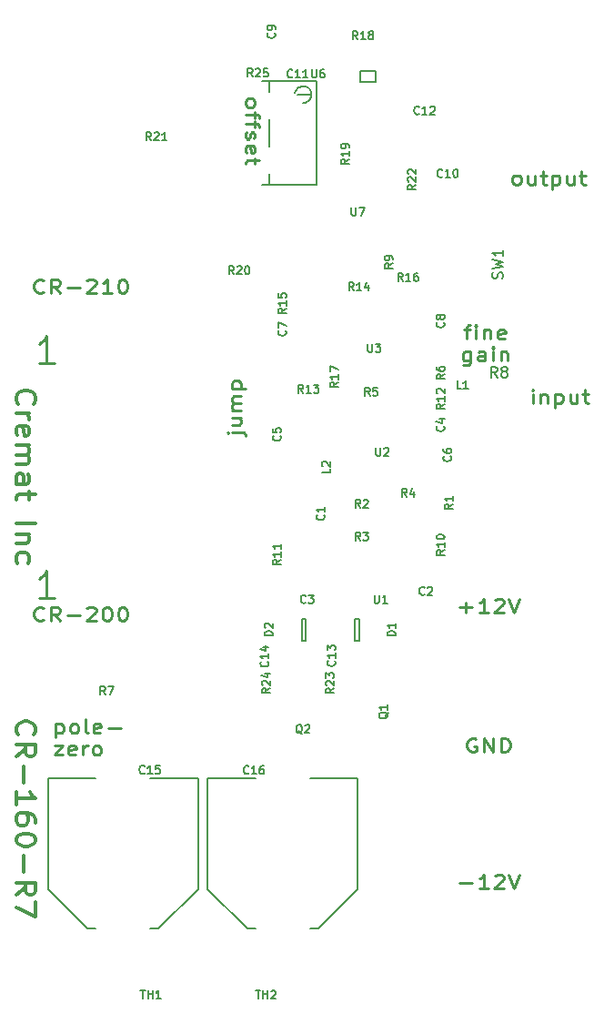
<source format=gbr>
G04 #@! TF.FileFunction,Legend,Top*
%FSLAX46Y46*%
G04 Gerber Fmt 4.6, Leading zero omitted, Abs format (unit mm)*
G04 Created by KiCad (PCBNEW (after 2015-mar-04 BZR unknown)-product) date 11/22/2015 6:31:28 PM*
%MOMM*%
G01*
G04 APERTURE LIST*
%ADD10C,0.100000*%
%ADD11C,0.254000*%
%ADD12C,0.304800*%
%ADD13C,0.152400*%
%ADD14C,0.150000*%
%ADD15C,0.177800*%
G04 APERTURE END LIST*
D10*
D11*
X68434857Y-107532714D02*
X69596000Y-107532714D01*
X71120000Y-108016524D02*
X70249143Y-108016524D01*
X70684571Y-108016524D02*
X70684571Y-106746524D01*
X70539428Y-106927952D01*
X70394286Y-107048905D01*
X70249143Y-107109381D01*
X71700572Y-106867476D02*
X71773143Y-106807000D01*
X71918286Y-106746524D01*
X72281143Y-106746524D01*
X72426286Y-106807000D01*
X72498857Y-106867476D01*
X72571429Y-106988429D01*
X72571429Y-107109381D01*
X72498857Y-107290810D01*
X71628000Y-108016524D01*
X72571429Y-108016524D01*
X73006858Y-106746524D02*
X73514858Y-108016524D01*
X74022858Y-106746524D01*
X69958858Y-94107000D02*
X69813715Y-94046524D01*
X69596001Y-94046524D01*
X69378286Y-94107000D01*
X69233144Y-94227952D01*
X69160572Y-94348905D01*
X69088001Y-94590810D01*
X69088001Y-94772238D01*
X69160572Y-95014143D01*
X69233144Y-95135095D01*
X69378286Y-95256048D01*
X69596001Y-95316524D01*
X69741144Y-95316524D01*
X69958858Y-95256048D01*
X70031429Y-95195571D01*
X70031429Y-94772238D01*
X69741144Y-94772238D01*
X70684572Y-95316524D02*
X70684572Y-94046524D01*
X71555429Y-95316524D01*
X71555429Y-94046524D01*
X72281143Y-95316524D02*
X72281143Y-94046524D01*
X72644000Y-94046524D01*
X72861715Y-94107000D01*
X73006857Y-94227952D01*
X73079429Y-94348905D01*
X73152000Y-94590810D01*
X73152000Y-94772238D01*
X73079429Y-95014143D01*
X73006857Y-95135095D01*
X72861715Y-95256048D01*
X72644000Y-95316524D01*
X72281143Y-95316524D01*
X68434857Y-81878714D02*
X69596000Y-81878714D01*
X69015429Y-82362524D02*
X69015429Y-81394905D01*
X71120000Y-82362524D02*
X70249143Y-82362524D01*
X70684571Y-82362524D02*
X70684571Y-81092524D01*
X70539428Y-81273952D01*
X70394286Y-81394905D01*
X70249143Y-81455381D01*
X71700572Y-81213476D02*
X71773143Y-81153000D01*
X71918286Y-81092524D01*
X72281143Y-81092524D01*
X72426286Y-81153000D01*
X72498857Y-81213476D01*
X72571429Y-81334429D01*
X72571429Y-81455381D01*
X72498857Y-81636810D01*
X71628000Y-82362524D01*
X72571429Y-82362524D01*
X73006858Y-81092524D02*
X73514858Y-82362524D01*
X74022858Y-81092524D01*
X47225857Y-65640857D02*
X48314429Y-65640857D01*
X48435381Y-65713428D01*
X48495857Y-65858571D01*
X48495857Y-65931143D01*
X46802524Y-65640857D02*
X46863000Y-65713428D01*
X46923476Y-65640857D01*
X46863000Y-65568285D01*
X46802524Y-65640857D01*
X46923476Y-65640857D01*
X47225857Y-64262000D02*
X48072524Y-64262000D01*
X47225857Y-64915143D02*
X47891095Y-64915143D01*
X48012048Y-64842571D01*
X48072524Y-64697429D01*
X48072524Y-64479714D01*
X48012048Y-64334571D01*
X47951571Y-64262000D01*
X48072524Y-63536286D02*
X47225857Y-63536286D01*
X47346810Y-63536286D02*
X47286333Y-63463714D01*
X47225857Y-63318572D01*
X47225857Y-63100857D01*
X47286333Y-62955714D01*
X47407286Y-62883143D01*
X48072524Y-62883143D01*
X47407286Y-62883143D02*
X47286333Y-62810572D01*
X47225857Y-62665429D01*
X47225857Y-62447714D01*
X47286333Y-62302572D01*
X47407286Y-62230000D01*
X48072524Y-62230000D01*
X47225857Y-61504286D02*
X48495857Y-61504286D01*
X47286333Y-61504286D02*
X47225857Y-61359143D01*
X47225857Y-61068857D01*
X47286333Y-60923714D01*
X47346810Y-60851143D01*
X47467762Y-60778572D01*
X47830619Y-60778572D01*
X47951571Y-60851143D01*
X48012048Y-60923714D01*
X48072524Y-61068857D01*
X48072524Y-61359143D01*
X48012048Y-61504286D01*
X48498276Y-34856057D02*
X48558752Y-34710915D01*
X48619229Y-34638343D01*
X48740181Y-34565772D01*
X49103038Y-34565772D01*
X49223990Y-34638343D01*
X49284467Y-34710915D01*
X49344943Y-34856057D01*
X49344943Y-35073772D01*
X49284467Y-35218915D01*
X49223990Y-35291486D01*
X49103038Y-35364057D01*
X48740181Y-35364057D01*
X48619229Y-35291486D01*
X48558752Y-35218915D01*
X48498276Y-35073772D01*
X48498276Y-34856057D01*
X49344943Y-35799486D02*
X49344943Y-36380057D01*
X48498276Y-36017200D02*
X49586848Y-36017200D01*
X49707800Y-36089772D01*
X49768276Y-36234914D01*
X49768276Y-36380057D01*
X49344943Y-36670343D02*
X49344943Y-37250914D01*
X48498276Y-36888057D02*
X49586848Y-36888057D01*
X49707800Y-36960629D01*
X49768276Y-37105771D01*
X49768276Y-37250914D01*
X48558752Y-37686343D02*
X48498276Y-37831486D01*
X48498276Y-38121771D01*
X48558752Y-38266914D01*
X48679705Y-38339486D01*
X48740181Y-38339486D01*
X48861133Y-38266914D01*
X48921610Y-38121771D01*
X48921610Y-37904057D01*
X48982086Y-37758914D01*
X49103038Y-37686343D01*
X49163514Y-37686343D01*
X49284467Y-37758914D01*
X49344943Y-37904057D01*
X49344943Y-38121771D01*
X49284467Y-38266914D01*
X48558752Y-39573200D02*
X48498276Y-39428057D01*
X48498276Y-39137771D01*
X48558752Y-38992628D01*
X48679705Y-38920057D01*
X49163514Y-38920057D01*
X49284467Y-38992628D01*
X49344943Y-39137771D01*
X49344943Y-39428057D01*
X49284467Y-39573200D01*
X49163514Y-39645771D01*
X49042562Y-39645771D01*
X48921610Y-38920057D01*
X49344943Y-40081200D02*
X49344943Y-40661771D01*
X49768276Y-40298914D02*
X48679705Y-40298914D01*
X48558752Y-40371486D01*
X48498276Y-40516628D01*
X48498276Y-40661771D01*
X30842857Y-92717257D02*
X30842857Y-93987257D01*
X30842857Y-92777733D02*
X30988000Y-92717257D01*
X31278286Y-92717257D01*
X31423429Y-92777733D01*
X31496000Y-92838210D01*
X31568571Y-92959162D01*
X31568571Y-93322019D01*
X31496000Y-93442971D01*
X31423429Y-93503448D01*
X31278286Y-93563924D01*
X30988000Y-93563924D01*
X30842857Y-93503448D01*
X32439428Y-93563924D02*
X32294286Y-93503448D01*
X32221714Y-93442971D01*
X32149143Y-93322019D01*
X32149143Y-92959162D01*
X32221714Y-92838210D01*
X32294286Y-92777733D01*
X32439428Y-92717257D01*
X32657143Y-92717257D01*
X32802286Y-92777733D01*
X32874857Y-92838210D01*
X32947428Y-92959162D01*
X32947428Y-93322019D01*
X32874857Y-93442971D01*
X32802286Y-93503448D01*
X32657143Y-93563924D01*
X32439428Y-93563924D01*
X33818285Y-93563924D02*
X33673143Y-93503448D01*
X33600571Y-93382495D01*
X33600571Y-92293924D01*
X34979429Y-93503448D02*
X34834286Y-93563924D01*
X34544000Y-93563924D01*
X34398857Y-93503448D01*
X34326286Y-93382495D01*
X34326286Y-92898686D01*
X34398857Y-92777733D01*
X34544000Y-92717257D01*
X34834286Y-92717257D01*
X34979429Y-92777733D01*
X35052000Y-92898686D01*
X35052000Y-93019638D01*
X34326286Y-93140590D01*
X35705143Y-93080114D02*
X36866286Y-93080114D01*
X30697714Y-94749257D02*
X31496000Y-94749257D01*
X30697714Y-95595924D01*
X31496000Y-95595924D01*
X32657143Y-95535448D02*
X32512000Y-95595924D01*
X32221714Y-95595924D01*
X32076571Y-95535448D01*
X32004000Y-95414495D01*
X32004000Y-94930686D01*
X32076571Y-94809733D01*
X32221714Y-94749257D01*
X32512000Y-94749257D01*
X32657143Y-94809733D01*
X32729714Y-94930686D01*
X32729714Y-95051638D01*
X32004000Y-95172590D01*
X33382857Y-95595924D02*
X33382857Y-94749257D01*
X33382857Y-94991162D02*
X33455429Y-94870210D01*
X33528000Y-94809733D01*
X33673143Y-94749257D01*
X33818286Y-94749257D01*
X34544000Y-95595924D02*
X34398858Y-95535448D01*
X34326286Y-95474971D01*
X34253715Y-95354019D01*
X34253715Y-94991162D01*
X34326286Y-94870210D01*
X34398858Y-94809733D01*
X34544000Y-94749257D01*
X34761715Y-94749257D01*
X34906858Y-94809733D01*
X34979429Y-94870210D01*
X35052000Y-94991162D01*
X35052000Y-95354019D01*
X34979429Y-95474971D01*
X34906858Y-95535448D01*
X34761715Y-95595924D01*
X34544000Y-95595924D01*
D12*
X27305000Y-62949667D02*
X27220333Y-62852905D01*
X27135667Y-62562620D01*
X27135667Y-62369096D01*
X27220333Y-62078810D01*
X27389667Y-61885286D01*
X27559000Y-61788525D01*
X27897667Y-61691763D01*
X28151667Y-61691763D01*
X28490333Y-61788525D01*
X28659667Y-61885286D01*
X28829000Y-62078810D01*
X28913667Y-62369096D01*
X28913667Y-62562620D01*
X28829000Y-62852905D01*
X28744333Y-62949667D01*
X27135667Y-63820525D02*
X28321000Y-63820525D01*
X27982333Y-63820525D02*
X28151667Y-63917286D01*
X28236333Y-64014048D01*
X28321000Y-64207572D01*
X28321000Y-64401096D01*
X27220333Y-65852525D02*
X27135667Y-65659001D01*
X27135667Y-65271953D01*
X27220333Y-65078430D01*
X27389667Y-64981668D01*
X28067000Y-64981668D01*
X28236333Y-65078430D01*
X28321000Y-65271953D01*
X28321000Y-65659001D01*
X28236333Y-65852525D01*
X28067000Y-65949287D01*
X27897667Y-65949287D01*
X27728333Y-64981668D01*
X27135667Y-66820144D02*
X28321000Y-66820144D01*
X28151667Y-66820144D02*
X28236333Y-66916905D01*
X28321000Y-67110429D01*
X28321000Y-67400715D01*
X28236333Y-67594239D01*
X28067000Y-67691001D01*
X27135667Y-67691001D01*
X28067000Y-67691001D02*
X28236333Y-67787763D01*
X28321000Y-67981286D01*
X28321000Y-68271572D01*
X28236333Y-68465096D01*
X28067000Y-68561858D01*
X27135667Y-68561858D01*
X27135667Y-70400334D02*
X28067000Y-70400334D01*
X28236333Y-70303572D01*
X28321000Y-70110048D01*
X28321000Y-69723000D01*
X28236333Y-69529477D01*
X27220333Y-70400334D02*
X27135667Y-70206810D01*
X27135667Y-69723000D01*
X27220333Y-69529477D01*
X27389667Y-69432715D01*
X27559000Y-69432715D01*
X27728333Y-69529477D01*
X27813000Y-69723000D01*
X27813000Y-70206810D01*
X27897667Y-70400334D01*
X28321000Y-71077667D02*
X28321000Y-71851762D01*
X28913667Y-71367953D02*
X27389667Y-71367953D01*
X27220333Y-71464714D01*
X27135667Y-71658238D01*
X27135667Y-71851762D01*
X27135667Y-74077286D02*
X28913667Y-74077286D01*
X28321000Y-75044905D02*
X27135667Y-75044905D01*
X28151667Y-75044905D02*
X28236333Y-75141666D01*
X28321000Y-75335190D01*
X28321000Y-75625476D01*
X28236333Y-75819000D01*
X28067000Y-75915762D01*
X27135667Y-75915762D01*
X27220333Y-77754238D02*
X27135667Y-77560714D01*
X27135667Y-77173666D01*
X27220333Y-76980142D01*
X27305000Y-76883381D01*
X27474333Y-76786619D01*
X27982333Y-76786619D01*
X28151667Y-76883381D01*
X28236333Y-76980142D01*
X28321000Y-77173666D01*
X28321000Y-77560714D01*
X28236333Y-77754238D01*
X27305000Y-93734466D02*
X27220333Y-93637704D01*
X27135667Y-93347419D01*
X27135667Y-93153895D01*
X27220333Y-92863609D01*
X27389667Y-92670085D01*
X27559000Y-92573324D01*
X27897667Y-92476562D01*
X28151667Y-92476562D01*
X28490333Y-92573324D01*
X28659667Y-92670085D01*
X28829000Y-92863609D01*
X28913667Y-93153895D01*
X28913667Y-93347419D01*
X28829000Y-93637704D01*
X28744333Y-93734466D01*
X27135667Y-95766466D02*
X27982333Y-95089133D01*
X27135667Y-94605324D02*
X28913667Y-94605324D01*
X28913667Y-95379419D01*
X28829000Y-95572943D01*
X28744333Y-95669704D01*
X28575000Y-95766466D01*
X28321000Y-95766466D01*
X28151667Y-95669704D01*
X28067000Y-95572943D01*
X27982333Y-95379419D01*
X27982333Y-94605324D01*
X27813000Y-96637324D02*
X27813000Y-98185514D01*
X27135667Y-100217514D02*
X27135667Y-99056372D01*
X27135667Y-99636943D02*
X28913667Y-99636943D01*
X28659667Y-99443419D01*
X28490333Y-99249895D01*
X28405667Y-99056372D01*
X28913667Y-101959229D02*
X28913667Y-101572181D01*
X28829000Y-101378657D01*
X28744333Y-101281895D01*
X28490333Y-101088372D01*
X28151667Y-100991610D01*
X27474333Y-100991610D01*
X27305000Y-101088372D01*
X27220333Y-101185133D01*
X27135667Y-101378657D01*
X27135667Y-101765705D01*
X27220333Y-101959229D01*
X27305000Y-102055991D01*
X27474333Y-102152752D01*
X27897667Y-102152752D01*
X28067000Y-102055991D01*
X28151667Y-101959229D01*
X28236333Y-101765705D01*
X28236333Y-101378657D01*
X28151667Y-101185133D01*
X28067000Y-101088372D01*
X27897667Y-100991610D01*
X28913667Y-103410657D02*
X28913667Y-103604181D01*
X28829000Y-103797705D01*
X28744333Y-103894467D01*
X28575000Y-103991229D01*
X28236333Y-104087990D01*
X27813000Y-104087990D01*
X27474333Y-103991229D01*
X27305000Y-103894467D01*
X27220333Y-103797705D01*
X27135667Y-103604181D01*
X27135667Y-103410657D01*
X27220333Y-103217133D01*
X27305000Y-103120371D01*
X27474333Y-103023610D01*
X27813000Y-102926848D01*
X28236333Y-102926848D01*
X28575000Y-103023610D01*
X28744333Y-103120371D01*
X28829000Y-103217133D01*
X28913667Y-103410657D01*
X27813000Y-104958848D02*
X27813000Y-106507038D01*
X27135667Y-108635800D02*
X27982333Y-107958467D01*
X27135667Y-107474658D02*
X28913667Y-107474658D01*
X28913667Y-108248753D01*
X28829000Y-108442277D01*
X28744333Y-108539038D01*
X28575000Y-108635800D01*
X28321000Y-108635800D01*
X28151667Y-108539038D01*
X28067000Y-108442277D01*
X27982333Y-108248753D01*
X27982333Y-107474658D01*
X28913667Y-109313134D02*
X28913667Y-110667800D01*
X27135667Y-109796943D01*
D11*
X29736142Y-83003571D02*
X29663571Y-83064048D01*
X29445857Y-83124524D01*
X29300714Y-83124524D01*
X29082999Y-83064048D01*
X28937857Y-82943095D01*
X28865285Y-82822143D01*
X28792714Y-82580238D01*
X28792714Y-82398810D01*
X28865285Y-82156905D01*
X28937857Y-82035952D01*
X29082999Y-81915000D01*
X29300714Y-81854524D01*
X29445857Y-81854524D01*
X29663571Y-81915000D01*
X29736142Y-81975476D01*
X31260142Y-83124524D02*
X30752142Y-82519762D01*
X30389285Y-83124524D02*
X30389285Y-81854524D01*
X30969857Y-81854524D01*
X31114999Y-81915000D01*
X31187571Y-81975476D01*
X31260142Y-82096429D01*
X31260142Y-82277857D01*
X31187571Y-82398810D01*
X31114999Y-82459286D01*
X30969857Y-82519762D01*
X30389285Y-82519762D01*
X31913285Y-82640714D02*
X33074428Y-82640714D01*
X33727571Y-81975476D02*
X33800142Y-81915000D01*
X33945285Y-81854524D01*
X34308142Y-81854524D01*
X34453285Y-81915000D01*
X34525856Y-81975476D01*
X34598428Y-82096429D01*
X34598428Y-82217381D01*
X34525856Y-82398810D01*
X33654999Y-83124524D01*
X34598428Y-83124524D01*
X35541857Y-81854524D02*
X35687000Y-81854524D01*
X35832143Y-81915000D01*
X35904714Y-81975476D01*
X35977285Y-82096429D01*
X36049857Y-82338333D01*
X36049857Y-82640714D01*
X35977285Y-82882619D01*
X35904714Y-83003571D01*
X35832143Y-83064048D01*
X35687000Y-83124524D01*
X35541857Y-83124524D01*
X35396714Y-83064048D01*
X35324143Y-83003571D01*
X35251571Y-82882619D01*
X35179000Y-82640714D01*
X35179000Y-82338333D01*
X35251571Y-82096429D01*
X35324143Y-81975476D01*
X35396714Y-81915000D01*
X35541857Y-81854524D01*
X36993286Y-81854524D02*
X37138429Y-81854524D01*
X37283572Y-81915000D01*
X37356143Y-81975476D01*
X37428714Y-82096429D01*
X37501286Y-82338333D01*
X37501286Y-82640714D01*
X37428714Y-82882619D01*
X37356143Y-83003571D01*
X37283572Y-83064048D01*
X37138429Y-83124524D01*
X36993286Y-83124524D01*
X36848143Y-83064048D01*
X36775572Y-83003571D01*
X36703000Y-82882619D01*
X36630429Y-82640714D01*
X36630429Y-82338333D01*
X36703000Y-82096429D01*
X36775572Y-81975476D01*
X36848143Y-81915000D01*
X36993286Y-81854524D01*
X30697714Y-81032048D02*
X29246286Y-81032048D01*
X29972000Y-81032048D02*
X29972000Y-78492048D01*
X29730095Y-78854905D01*
X29488190Y-79096810D01*
X29246286Y-79217762D01*
X30697714Y-59188048D02*
X29246286Y-59188048D01*
X29972000Y-59188048D02*
X29972000Y-56648048D01*
X29730095Y-57010905D01*
X29488190Y-57252810D01*
X29246286Y-57373762D01*
X29736142Y-52523571D02*
X29663571Y-52584048D01*
X29445857Y-52644524D01*
X29300714Y-52644524D01*
X29082999Y-52584048D01*
X28937857Y-52463095D01*
X28865285Y-52342143D01*
X28792714Y-52100238D01*
X28792714Y-51918810D01*
X28865285Y-51676905D01*
X28937857Y-51555952D01*
X29082999Y-51435000D01*
X29300714Y-51374524D01*
X29445857Y-51374524D01*
X29663571Y-51435000D01*
X29736142Y-51495476D01*
X31260142Y-52644524D02*
X30752142Y-52039762D01*
X30389285Y-52644524D02*
X30389285Y-51374524D01*
X30969857Y-51374524D01*
X31114999Y-51435000D01*
X31187571Y-51495476D01*
X31260142Y-51616429D01*
X31260142Y-51797857D01*
X31187571Y-51918810D01*
X31114999Y-51979286D01*
X30969857Y-52039762D01*
X30389285Y-52039762D01*
X31913285Y-52160714D02*
X33074428Y-52160714D01*
X33727571Y-51495476D02*
X33800142Y-51435000D01*
X33945285Y-51374524D01*
X34308142Y-51374524D01*
X34453285Y-51435000D01*
X34525856Y-51495476D01*
X34598428Y-51616429D01*
X34598428Y-51737381D01*
X34525856Y-51918810D01*
X33654999Y-52644524D01*
X34598428Y-52644524D01*
X36049857Y-52644524D02*
X35179000Y-52644524D01*
X35614428Y-52644524D02*
X35614428Y-51374524D01*
X35469285Y-51555952D01*
X35324143Y-51676905D01*
X35179000Y-51737381D01*
X36993286Y-51374524D02*
X37138429Y-51374524D01*
X37283572Y-51435000D01*
X37356143Y-51495476D01*
X37428714Y-51616429D01*
X37501286Y-51858333D01*
X37501286Y-52160714D01*
X37428714Y-52402619D01*
X37356143Y-52523571D01*
X37283572Y-52584048D01*
X37138429Y-52644524D01*
X36993286Y-52644524D01*
X36848143Y-52584048D01*
X36775572Y-52523571D01*
X36703000Y-52402619D01*
X36630429Y-52160714D01*
X36630429Y-51858333D01*
X36703000Y-51616429D01*
X36775572Y-51495476D01*
X36848143Y-51435000D01*
X36993286Y-51374524D01*
X68844886Y-56065057D02*
X69425457Y-56065057D01*
X69062600Y-56911724D02*
X69062600Y-55823152D01*
X69135172Y-55702200D01*
X69280314Y-55641724D01*
X69425457Y-55641724D01*
X69933457Y-56911724D02*
X69933457Y-56065057D01*
X69933457Y-55641724D02*
X69860886Y-55702200D01*
X69933457Y-55762676D01*
X70006029Y-55702200D01*
X69933457Y-55641724D01*
X69933457Y-55762676D01*
X70659171Y-56065057D02*
X70659171Y-56911724D01*
X70659171Y-56186010D02*
X70731743Y-56125533D01*
X70876885Y-56065057D01*
X71094600Y-56065057D01*
X71239743Y-56125533D01*
X71312314Y-56246486D01*
X71312314Y-56911724D01*
X72618600Y-56851248D02*
X72473457Y-56911724D01*
X72183171Y-56911724D01*
X72038028Y-56851248D01*
X71965457Y-56730295D01*
X71965457Y-56246486D01*
X72038028Y-56125533D01*
X72183171Y-56065057D01*
X72473457Y-56065057D01*
X72618600Y-56125533D01*
X72691171Y-56246486D01*
X72691171Y-56367438D01*
X71965457Y-56488390D01*
X69425458Y-58097057D02*
X69425458Y-59125152D01*
X69352887Y-59246105D01*
X69280315Y-59306581D01*
X69135172Y-59367057D01*
X68917458Y-59367057D01*
X68772315Y-59306581D01*
X69425458Y-58883248D02*
X69280315Y-58943724D01*
X68990029Y-58943724D01*
X68844887Y-58883248D01*
X68772315Y-58822771D01*
X68699744Y-58701819D01*
X68699744Y-58338962D01*
X68772315Y-58218010D01*
X68844887Y-58157533D01*
X68990029Y-58097057D01*
X69280315Y-58097057D01*
X69425458Y-58157533D01*
X70804315Y-58943724D02*
X70804315Y-58278486D01*
X70731744Y-58157533D01*
X70586601Y-58097057D01*
X70296315Y-58097057D01*
X70151172Y-58157533D01*
X70804315Y-58883248D02*
X70659172Y-58943724D01*
X70296315Y-58943724D01*
X70151172Y-58883248D01*
X70078601Y-58762295D01*
X70078601Y-58641343D01*
X70151172Y-58520390D01*
X70296315Y-58459914D01*
X70659172Y-58459914D01*
X70804315Y-58399438D01*
X71530029Y-58943724D02*
X71530029Y-58097057D01*
X71530029Y-57673724D02*
X71457458Y-57734200D01*
X71530029Y-57794676D01*
X71602601Y-57734200D01*
X71530029Y-57673724D01*
X71530029Y-57794676D01*
X72255743Y-58097057D02*
X72255743Y-58943724D01*
X72255743Y-58218010D02*
X72328315Y-58157533D01*
X72473457Y-58097057D01*
X72691172Y-58097057D01*
X72836315Y-58157533D01*
X72908886Y-58278486D01*
X72908886Y-58943724D01*
X75220286Y-62880724D02*
X75220286Y-62034057D01*
X75220286Y-61610724D02*
X75147715Y-61671200D01*
X75220286Y-61731676D01*
X75292858Y-61671200D01*
X75220286Y-61610724D01*
X75220286Y-61731676D01*
X75946000Y-62034057D02*
X75946000Y-62880724D01*
X75946000Y-62155010D02*
X76018572Y-62094533D01*
X76163714Y-62034057D01*
X76381429Y-62034057D01*
X76526572Y-62094533D01*
X76599143Y-62215486D01*
X76599143Y-62880724D01*
X77324857Y-62034057D02*
X77324857Y-63304057D01*
X77324857Y-62094533D02*
X77470000Y-62034057D01*
X77760286Y-62034057D01*
X77905429Y-62094533D01*
X77978000Y-62155010D01*
X78050571Y-62275962D01*
X78050571Y-62638819D01*
X77978000Y-62759771D01*
X77905429Y-62820248D01*
X77760286Y-62880724D01*
X77470000Y-62880724D01*
X77324857Y-62820248D01*
X79356857Y-62034057D02*
X79356857Y-62880724D01*
X78703714Y-62034057D02*
X78703714Y-62699295D01*
X78776286Y-62820248D01*
X78921428Y-62880724D01*
X79139143Y-62880724D01*
X79284286Y-62820248D01*
X79356857Y-62759771D01*
X79864857Y-62034057D02*
X80445428Y-62034057D01*
X80082571Y-61610724D02*
X80082571Y-62699295D01*
X80155143Y-62820248D01*
X80300285Y-62880724D01*
X80445428Y-62880724D01*
X73609200Y-42535324D02*
X73464058Y-42474848D01*
X73391486Y-42414371D01*
X73318915Y-42293419D01*
X73318915Y-41930562D01*
X73391486Y-41809610D01*
X73464058Y-41749133D01*
X73609200Y-41688657D01*
X73826915Y-41688657D01*
X73972058Y-41749133D01*
X74044629Y-41809610D01*
X74117200Y-41930562D01*
X74117200Y-42293419D01*
X74044629Y-42414371D01*
X73972058Y-42474848D01*
X73826915Y-42535324D01*
X73609200Y-42535324D01*
X75423486Y-41688657D02*
X75423486Y-42535324D01*
X74770343Y-41688657D02*
X74770343Y-42353895D01*
X74842915Y-42474848D01*
X74988057Y-42535324D01*
X75205772Y-42535324D01*
X75350915Y-42474848D01*
X75423486Y-42414371D01*
X75931486Y-41688657D02*
X76512057Y-41688657D01*
X76149200Y-41265324D02*
X76149200Y-42353895D01*
X76221772Y-42474848D01*
X76366914Y-42535324D01*
X76512057Y-42535324D01*
X77020057Y-41688657D02*
X77020057Y-42958657D01*
X77020057Y-41749133D02*
X77165200Y-41688657D01*
X77455486Y-41688657D01*
X77600629Y-41749133D01*
X77673200Y-41809610D01*
X77745771Y-41930562D01*
X77745771Y-42293419D01*
X77673200Y-42414371D01*
X77600629Y-42474848D01*
X77455486Y-42535324D01*
X77165200Y-42535324D01*
X77020057Y-42474848D01*
X79052057Y-41688657D02*
X79052057Y-42535324D01*
X78398914Y-41688657D02*
X78398914Y-42353895D01*
X78471486Y-42474848D01*
X78616628Y-42535324D01*
X78834343Y-42535324D01*
X78979486Y-42474848D01*
X79052057Y-42414371D01*
X79560057Y-41688657D02*
X80140628Y-41688657D01*
X79777771Y-41265324D02*
X79777771Y-42353895D01*
X79850343Y-42474848D01*
X79995485Y-42535324D01*
X80140628Y-42535324D01*
D13*
X59182000Y-32004000D02*
X59182000Y-33020000D01*
X59182000Y-33020000D02*
X60579000Y-33020000D01*
X60579000Y-33020000D02*
X60579000Y-32004000D01*
X60579000Y-32004000D02*
X59182000Y-32004000D01*
D14*
X50673000Y-33909000D02*
X50673000Y-32893000D01*
X50673000Y-38989000D02*
X50673000Y-36449000D01*
X50673000Y-42545000D02*
X50673000Y-41529000D01*
X54610000Y-34163000D02*
X53340000Y-34163000D01*
X53860700Y-34950400D02*
X54114700Y-34912300D01*
X54114700Y-34912300D02*
X54394100Y-34734500D01*
X54394100Y-34734500D02*
X54610000Y-34417000D01*
X54610000Y-34417000D02*
X54622700Y-33972500D01*
X54622700Y-33972500D02*
X54419500Y-33616900D01*
X54419500Y-33616900D02*
X54127400Y-33439100D01*
X54127400Y-33439100D02*
X53809900Y-33388300D01*
X53809900Y-33388300D02*
X53403500Y-33489900D01*
X53403500Y-33489900D02*
X53149500Y-33832800D01*
X53149500Y-33832800D02*
X53060600Y-34010600D01*
X53848000Y-32893000D02*
X55118000Y-32893000D01*
X55118000Y-32893000D02*
X55118000Y-42545000D01*
X55118000Y-42545000D02*
X50038000Y-42545000D01*
X50038000Y-32893000D02*
X52578000Y-32893000D01*
X52578000Y-32893000D02*
X53848000Y-32893000D01*
X53721000Y-84963000D02*
X53721000Y-82931000D01*
X53721000Y-82931000D02*
X54102000Y-82931000D01*
X54102000Y-82931000D02*
X54102000Y-84963000D01*
X54102000Y-84963000D02*
X53721000Y-84963000D01*
X59055000Y-82931000D02*
X59055000Y-84963000D01*
X59055000Y-84963000D02*
X58674000Y-84963000D01*
X58674000Y-84963000D02*
X58674000Y-82931000D01*
X58674000Y-82931000D02*
X59055000Y-82931000D01*
D13*
X44958000Y-108077000D02*
X48641000Y-111760000D01*
X48641000Y-111760000D02*
X49403000Y-111760000D01*
X44958000Y-97790000D02*
X49403000Y-97790000D01*
X44958000Y-97790000D02*
X44958000Y-108077000D01*
X54483000Y-97790000D02*
X58928000Y-97790000D01*
X58928000Y-97790000D02*
X58928000Y-108077000D01*
X58928000Y-108077000D02*
X55245000Y-111760000D01*
X55245000Y-111760000D02*
X54483000Y-111760000D01*
X30099000Y-108077000D02*
X33782000Y-111760000D01*
X33782000Y-111760000D02*
X34544000Y-111760000D01*
X30099000Y-97790000D02*
X34544000Y-97790000D01*
X30099000Y-97790000D02*
X30099000Y-108077000D01*
X39624000Y-97790000D02*
X44069000Y-97790000D01*
X44069000Y-97790000D02*
X44069000Y-108077000D01*
X44069000Y-108077000D02*
X40386000Y-111760000D01*
X40386000Y-111760000D02*
X39624000Y-111760000D01*
X35433000Y-90006714D02*
X35179000Y-89643857D01*
X34997572Y-90006714D02*
X34997572Y-89244714D01*
X35287857Y-89244714D01*
X35360429Y-89281000D01*
X35396714Y-89317286D01*
X35433000Y-89389857D01*
X35433000Y-89498714D01*
X35396714Y-89571286D01*
X35360429Y-89607571D01*
X35287857Y-89643857D01*
X34997572Y-89643857D01*
X35687000Y-89244714D02*
X36195000Y-89244714D01*
X35868429Y-90006714D01*
X58347429Y-44667714D02*
X58347429Y-45284571D01*
X58383714Y-45357143D01*
X58420000Y-45393429D01*
X58492571Y-45429714D01*
X58637714Y-45429714D01*
X58710286Y-45393429D01*
X58746571Y-45357143D01*
X58782857Y-45284571D01*
X58782857Y-44667714D01*
X59073143Y-44667714D02*
X59581143Y-44667714D01*
X59254572Y-45429714D01*
D15*
X54664429Y-31840714D02*
X54664429Y-32457571D01*
X54700714Y-32530143D01*
X54737000Y-32566429D01*
X54809571Y-32602714D01*
X54954714Y-32602714D01*
X55027286Y-32566429D01*
X55063571Y-32530143D01*
X55099857Y-32457571D01*
X55099857Y-31840714D01*
X55789286Y-31840714D02*
X55644143Y-31840714D01*
X55571572Y-31877000D01*
X55535286Y-31913286D01*
X55462715Y-32022143D01*
X55426429Y-32167286D01*
X55426429Y-32457571D01*
X55462715Y-32530143D01*
X55499000Y-32566429D01*
X55571572Y-32602714D01*
X55716715Y-32602714D01*
X55789286Y-32566429D01*
X55825572Y-32530143D01*
X55861857Y-32457571D01*
X55861857Y-32276143D01*
X55825572Y-32203571D01*
X55789286Y-32167286D01*
X55716715Y-32131000D01*
X55571572Y-32131000D01*
X55499000Y-32167286D01*
X55462715Y-32203571D01*
X55426429Y-32276143D01*
X59871429Y-57367714D02*
X59871429Y-57984571D01*
X59907714Y-58057143D01*
X59944000Y-58093429D01*
X60016571Y-58129714D01*
X60161714Y-58129714D01*
X60234286Y-58093429D01*
X60270571Y-58057143D01*
X60306857Y-57984571D01*
X60306857Y-57367714D01*
X60597143Y-57367714D02*
X61068857Y-57367714D01*
X60814857Y-57658000D01*
X60923715Y-57658000D01*
X60996286Y-57694286D01*
X61032572Y-57730571D01*
X61068857Y-57803143D01*
X61068857Y-57984571D01*
X61032572Y-58057143D01*
X60996286Y-58093429D01*
X60923715Y-58129714D01*
X60706000Y-58129714D01*
X60633429Y-58093429D01*
X60597143Y-58057143D01*
X60633429Y-67019714D02*
X60633429Y-67636571D01*
X60669714Y-67709143D01*
X60706000Y-67745429D01*
X60778571Y-67781714D01*
X60923714Y-67781714D01*
X60996286Y-67745429D01*
X61032571Y-67709143D01*
X61068857Y-67636571D01*
X61068857Y-67019714D01*
X61395429Y-67092286D02*
X61431715Y-67056000D01*
X61504286Y-67019714D01*
X61685715Y-67019714D01*
X61758286Y-67056000D01*
X61794572Y-67092286D01*
X61830857Y-67164857D01*
X61830857Y-67237429D01*
X61794572Y-67346286D01*
X61359143Y-67781714D01*
X61830857Y-67781714D01*
X60506429Y-80735714D02*
X60506429Y-81352571D01*
X60542714Y-81425143D01*
X60579000Y-81461429D01*
X60651571Y-81497714D01*
X60796714Y-81497714D01*
X60869286Y-81461429D01*
X60905571Y-81425143D01*
X60941857Y-81352571D01*
X60941857Y-80735714D01*
X61703857Y-81497714D02*
X61268429Y-81497714D01*
X61486143Y-81497714D02*
X61486143Y-80735714D01*
X61413572Y-80844571D01*
X61341000Y-80917143D01*
X61268429Y-80953429D01*
X49439286Y-117514914D02*
X49874715Y-117514914D01*
X49657001Y-118276914D02*
X49657001Y-117514914D01*
X50128715Y-118276914D02*
X50128715Y-117514914D01*
X50128715Y-117877771D02*
X50564143Y-117877771D01*
X50564143Y-118276914D02*
X50564143Y-117514914D01*
X50890715Y-117587486D02*
X50927001Y-117551200D01*
X50999572Y-117514914D01*
X51181001Y-117514914D01*
X51253572Y-117551200D01*
X51289858Y-117587486D01*
X51326143Y-117660057D01*
X51326143Y-117732629D01*
X51289858Y-117841486D01*
X50854429Y-118276914D01*
X51326143Y-118276914D01*
X38720486Y-117514914D02*
X39155915Y-117514914D01*
X38938201Y-118276914D02*
X38938201Y-117514914D01*
X39409915Y-118276914D02*
X39409915Y-117514914D01*
X39409915Y-117877771D02*
X39845343Y-117877771D01*
X39845343Y-118276914D02*
X39845343Y-117514914D01*
X40607343Y-118276914D02*
X40171915Y-118276914D01*
X40389629Y-118276914D02*
X40389629Y-117514914D01*
X40317058Y-117623771D01*
X40244486Y-117696343D01*
X40171915Y-117732629D01*
D14*
X72413762Y-51295133D02*
X72461381Y-51152276D01*
X72461381Y-50914180D01*
X72413762Y-50818942D01*
X72366143Y-50771323D01*
X72270905Y-50723704D01*
X72175667Y-50723704D01*
X72080429Y-50771323D01*
X72032810Y-50818942D01*
X71985190Y-50914180D01*
X71937571Y-51104657D01*
X71889952Y-51199895D01*
X71842333Y-51247514D01*
X71747095Y-51295133D01*
X71651857Y-51295133D01*
X71556619Y-51247514D01*
X71509000Y-51199895D01*
X71461381Y-51104657D01*
X71461381Y-50866561D01*
X71509000Y-50723704D01*
X71461381Y-50390371D02*
X72461381Y-50152276D01*
X71747095Y-49961799D01*
X72461381Y-49771323D01*
X71461381Y-49533228D01*
X72461381Y-48628466D02*
X72461381Y-49199895D01*
X72461381Y-48914181D02*
X71461381Y-48914181D01*
X71604238Y-49009419D01*
X71699476Y-49104657D01*
X71747095Y-49199895D01*
D13*
X49141743Y-32526514D02*
X48887743Y-32163657D01*
X48706315Y-32526514D02*
X48706315Y-31764514D01*
X48996600Y-31764514D01*
X49069172Y-31800800D01*
X49105457Y-31837086D01*
X49141743Y-31909657D01*
X49141743Y-32018514D01*
X49105457Y-32091086D01*
X49069172Y-32127371D01*
X48996600Y-32163657D01*
X48706315Y-32163657D01*
X49432029Y-31837086D02*
X49468315Y-31800800D01*
X49540886Y-31764514D01*
X49722315Y-31764514D01*
X49794886Y-31800800D01*
X49831172Y-31837086D01*
X49867457Y-31909657D01*
X49867457Y-31982229D01*
X49831172Y-32091086D01*
X49395743Y-32526514D01*
X49867457Y-32526514D01*
X50556886Y-31764514D02*
X50194029Y-31764514D01*
X50157743Y-32127371D01*
X50194029Y-32091086D01*
X50266600Y-32054800D01*
X50448029Y-32054800D01*
X50520600Y-32091086D01*
X50556886Y-32127371D01*
X50593171Y-32199943D01*
X50593171Y-32381371D01*
X50556886Y-32453943D01*
X50520600Y-32490229D01*
X50448029Y-32526514D01*
X50266600Y-32526514D01*
X50194029Y-32490229D01*
X50157743Y-32453943D01*
D15*
X50763714Y-89415257D02*
X50400857Y-89669257D01*
X50763714Y-89850685D02*
X50001714Y-89850685D01*
X50001714Y-89560400D01*
X50038000Y-89487828D01*
X50074286Y-89451543D01*
X50146857Y-89415257D01*
X50255714Y-89415257D01*
X50328286Y-89451543D01*
X50364571Y-89487828D01*
X50400857Y-89560400D01*
X50400857Y-89850685D01*
X50074286Y-89124971D02*
X50038000Y-89088685D01*
X50001714Y-89016114D01*
X50001714Y-88834685D01*
X50038000Y-88762114D01*
X50074286Y-88725828D01*
X50146857Y-88689543D01*
X50219429Y-88689543D01*
X50328286Y-88725828D01*
X50763714Y-89161257D01*
X50763714Y-88689543D01*
X50255714Y-88036400D02*
X50763714Y-88036400D01*
X49965429Y-88217829D02*
X50509714Y-88399257D01*
X50509714Y-87927543D01*
X56732714Y-89415257D02*
X56369857Y-89669257D01*
X56732714Y-89850685D02*
X55970714Y-89850685D01*
X55970714Y-89560400D01*
X56007000Y-89487828D01*
X56043286Y-89451543D01*
X56115857Y-89415257D01*
X56224714Y-89415257D01*
X56297286Y-89451543D01*
X56333571Y-89487828D01*
X56369857Y-89560400D01*
X56369857Y-89850685D01*
X56043286Y-89124971D02*
X56007000Y-89088685D01*
X55970714Y-89016114D01*
X55970714Y-88834685D01*
X56007000Y-88762114D01*
X56043286Y-88725828D01*
X56115857Y-88689543D01*
X56188429Y-88689543D01*
X56297286Y-88725828D01*
X56732714Y-89161257D01*
X56732714Y-88689543D01*
X55970714Y-88435543D02*
X55970714Y-87963829D01*
X56261000Y-88217829D01*
X56261000Y-88108971D01*
X56297286Y-88036400D01*
X56333571Y-88000114D01*
X56406143Y-87963829D01*
X56587571Y-87963829D01*
X56660143Y-88000114D01*
X56696429Y-88036400D01*
X56732714Y-88108971D01*
X56732714Y-88326686D01*
X56696429Y-88399257D01*
X56660143Y-88435543D01*
X64352714Y-42577657D02*
X63989857Y-42831657D01*
X64352714Y-43013085D02*
X63590714Y-43013085D01*
X63590714Y-42722800D01*
X63627000Y-42650228D01*
X63663286Y-42613943D01*
X63735857Y-42577657D01*
X63844714Y-42577657D01*
X63917286Y-42613943D01*
X63953571Y-42650228D01*
X63989857Y-42722800D01*
X63989857Y-43013085D01*
X63663286Y-42287371D02*
X63627000Y-42251085D01*
X63590714Y-42178514D01*
X63590714Y-41997085D01*
X63627000Y-41924514D01*
X63663286Y-41888228D01*
X63735857Y-41851943D01*
X63808429Y-41851943D01*
X63917286Y-41888228D01*
X64352714Y-42323657D01*
X64352714Y-41851943D01*
X63663286Y-41561657D02*
X63627000Y-41525371D01*
X63590714Y-41452800D01*
X63590714Y-41271371D01*
X63627000Y-41198800D01*
X63663286Y-41162514D01*
X63735857Y-41126229D01*
X63808429Y-41126229D01*
X63917286Y-41162514D01*
X64352714Y-41597943D01*
X64352714Y-41126229D01*
X39718343Y-38444714D02*
X39464343Y-38081857D01*
X39282915Y-38444714D02*
X39282915Y-37682714D01*
X39573200Y-37682714D01*
X39645772Y-37719000D01*
X39682057Y-37755286D01*
X39718343Y-37827857D01*
X39718343Y-37936714D01*
X39682057Y-38009286D01*
X39645772Y-38045571D01*
X39573200Y-38081857D01*
X39282915Y-38081857D01*
X40008629Y-37755286D02*
X40044915Y-37719000D01*
X40117486Y-37682714D01*
X40298915Y-37682714D01*
X40371486Y-37719000D01*
X40407772Y-37755286D01*
X40444057Y-37827857D01*
X40444057Y-37900429D01*
X40407772Y-38009286D01*
X39972343Y-38444714D01*
X40444057Y-38444714D01*
X41169771Y-38444714D02*
X40734343Y-38444714D01*
X40952057Y-38444714D02*
X40952057Y-37682714D01*
X40879486Y-37791571D01*
X40806914Y-37864143D01*
X40734343Y-37900429D01*
X47414543Y-50890714D02*
X47160543Y-50527857D01*
X46979115Y-50890714D02*
X46979115Y-50128714D01*
X47269400Y-50128714D01*
X47341972Y-50165000D01*
X47378257Y-50201286D01*
X47414543Y-50273857D01*
X47414543Y-50382714D01*
X47378257Y-50455286D01*
X47341972Y-50491571D01*
X47269400Y-50527857D01*
X46979115Y-50527857D01*
X47704829Y-50201286D02*
X47741115Y-50165000D01*
X47813686Y-50128714D01*
X47995115Y-50128714D01*
X48067686Y-50165000D01*
X48103972Y-50201286D01*
X48140257Y-50273857D01*
X48140257Y-50346429D01*
X48103972Y-50455286D01*
X47668543Y-50890714D01*
X48140257Y-50890714D01*
X48611971Y-50128714D02*
X48684543Y-50128714D01*
X48757114Y-50165000D01*
X48793400Y-50201286D01*
X48829686Y-50273857D01*
X48865971Y-50419000D01*
X48865971Y-50600429D01*
X48829686Y-50745571D01*
X48793400Y-50818143D01*
X48757114Y-50854429D01*
X48684543Y-50890714D01*
X48611971Y-50890714D01*
X48539400Y-50854429D01*
X48503114Y-50818143D01*
X48466829Y-50745571D01*
X48430543Y-50600429D01*
X48430543Y-50419000D01*
X48466829Y-50273857D01*
X48503114Y-50201286D01*
X48539400Y-50165000D01*
X48611971Y-50128714D01*
X58129714Y-40190057D02*
X57766857Y-40444057D01*
X58129714Y-40625485D02*
X57367714Y-40625485D01*
X57367714Y-40335200D01*
X57404000Y-40262628D01*
X57440286Y-40226343D01*
X57512857Y-40190057D01*
X57621714Y-40190057D01*
X57694286Y-40226343D01*
X57730571Y-40262628D01*
X57766857Y-40335200D01*
X57766857Y-40625485D01*
X58129714Y-39464343D02*
X58129714Y-39899771D01*
X58129714Y-39682057D02*
X57367714Y-39682057D01*
X57476571Y-39754628D01*
X57549143Y-39827200D01*
X57585429Y-39899771D01*
X58129714Y-39101486D02*
X58129714Y-38956343D01*
X58093429Y-38883771D01*
X58057143Y-38847486D01*
X57948286Y-38774914D01*
X57803143Y-38738629D01*
X57512857Y-38738629D01*
X57440286Y-38774914D01*
X57404000Y-38811200D01*
X57367714Y-38883771D01*
X57367714Y-39028914D01*
X57404000Y-39101486D01*
X57440286Y-39137771D01*
X57512857Y-39174057D01*
X57694286Y-39174057D01*
X57766857Y-39137771D01*
X57803143Y-39101486D01*
X57839429Y-39028914D01*
X57839429Y-38883771D01*
X57803143Y-38811200D01*
X57766857Y-38774914D01*
X57694286Y-38738629D01*
X58946143Y-29046714D02*
X58692143Y-28683857D01*
X58510715Y-29046714D02*
X58510715Y-28284714D01*
X58801000Y-28284714D01*
X58873572Y-28321000D01*
X58909857Y-28357286D01*
X58946143Y-28429857D01*
X58946143Y-28538714D01*
X58909857Y-28611286D01*
X58873572Y-28647571D01*
X58801000Y-28683857D01*
X58510715Y-28683857D01*
X59671857Y-29046714D02*
X59236429Y-29046714D01*
X59454143Y-29046714D02*
X59454143Y-28284714D01*
X59381572Y-28393571D01*
X59309000Y-28466143D01*
X59236429Y-28502429D01*
X60107286Y-28611286D02*
X60034714Y-28575000D01*
X59998429Y-28538714D01*
X59962143Y-28466143D01*
X59962143Y-28429857D01*
X59998429Y-28357286D01*
X60034714Y-28321000D01*
X60107286Y-28284714D01*
X60252429Y-28284714D01*
X60325000Y-28321000D01*
X60361286Y-28357286D01*
X60397571Y-28429857D01*
X60397571Y-28466143D01*
X60361286Y-28538714D01*
X60325000Y-28575000D01*
X60252429Y-28611286D01*
X60107286Y-28611286D01*
X60034714Y-28647571D01*
X59998429Y-28683857D01*
X59962143Y-28756429D01*
X59962143Y-28901571D01*
X59998429Y-28974143D01*
X60034714Y-29010429D01*
X60107286Y-29046714D01*
X60252429Y-29046714D01*
X60325000Y-29010429D01*
X60361286Y-28974143D01*
X60397571Y-28901571D01*
X60397571Y-28756429D01*
X60361286Y-28683857D01*
X60325000Y-28647571D01*
X60252429Y-28611286D01*
X57113714Y-60941857D02*
X56750857Y-61195857D01*
X57113714Y-61377285D02*
X56351714Y-61377285D01*
X56351714Y-61087000D01*
X56388000Y-61014428D01*
X56424286Y-60978143D01*
X56496857Y-60941857D01*
X56605714Y-60941857D01*
X56678286Y-60978143D01*
X56714571Y-61014428D01*
X56750857Y-61087000D01*
X56750857Y-61377285D01*
X57113714Y-60216143D02*
X57113714Y-60651571D01*
X57113714Y-60433857D02*
X56351714Y-60433857D01*
X56460571Y-60506428D01*
X56533143Y-60579000D01*
X56569429Y-60651571D01*
X56351714Y-59962143D02*
X56351714Y-59454143D01*
X57113714Y-59780714D01*
X63137143Y-51525714D02*
X62883143Y-51162857D01*
X62701715Y-51525714D02*
X62701715Y-50763714D01*
X62992000Y-50763714D01*
X63064572Y-50800000D01*
X63100857Y-50836286D01*
X63137143Y-50908857D01*
X63137143Y-51017714D01*
X63100857Y-51090286D01*
X63064572Y-51126571D01*
X62992000Y-51162857D01*
X62701715Y-51162857D01*
X63862857Y-51525714D02*
X63427429Y-51525714D01*
X63645143Y-51525714D02*
X63645143Y-50763714D01*
X63572572Y-50872571D01*
X63500000Y-50945143D01*
X63427429Y-50981429D01*
X64516000Y-50763714D02*
X64370857Y-50763714D01*
X64298286Y-50800000D01*
X64262000Y-50836286D01*
X64189429Y-50945143D01*
X64153143Y-51090286D01*
X64153143Y-51380571D01*
X64189429Y-51453143D01*
X64225714Y-51489429D01*
X64298286Y-51525714D01*
X64443429Y-51525714D01*
X64516000Y-51489429D01*
X64552286Y-51453143D01*
X64588571Y-51380571D01*
X64588571Y-51199143D01*
X64552286Y-51126571D01*
X64516000Y-51090286D01*
X64443429Y-51054000D01*
X64298286Y-51054000D01*
X64225714Y-51090286D01*
X64189429Y-51126571D01*
X64153143Y-51199143D01*
X52287714Y-54083857D02*
X51924857Y-54337857D01*
X52287714Y-54519285D02*
X51525714Y-54519285D01*
X51525714Y-54229000D01*
X51562000Y-54156428D01*
X51598286Y-54120143D01*
X51670857Y-54083857D01*
X51779714Y-54083857D01*
X51852286Y-54120143D01*
X51888571Y-54156428D01*
X51924857Y-54229000D01*
X51924857Y-54519285D01*
X52287714Y-53358143D02*
X52287714Y-53793571D01*
X52287714Y-53575857D02*
X51525714Y-53575857D01*
X51634571Y-53648428D01*
X51707143Y-53721000D01*
X51743429Y-53793571D01*
X51525714Y-52668714D02*
X51525714Y-53031571D01*
X51888571Y-53067857D01*
X51852286Y-53031571D01*
X51816000Y-52959000D01*
X51816000Y-52777571D01*
X51852286Y-52705000D01*
X51888571Y-52668714D01*
X51961143Y-52632429D01*
X52142571Y-52632429D01*
X52215143Y-52668714D01*
X52251429Y-52705000D01*
X52287714Y-52777571D01*
X52287714Y-52959000D01*
X52251429Y-53031571D01*
X52215143Y-53067857D01*
X58565143Y-52414714D02*
X58311143Y-52051857D01*
X58129715Y-52414714D02*
X58129715Y-51652714D01*
X58420000Y-51652714D01*
X58492572Y-51689000D01*
X58528857Y-51725286D01*
X58565143Y-51797857D01*
X58565143Y-51906714D01*
X58528857Y-51979286D01*
X58492572Y-52015571D01*
X58420000Y-52051857D01*
X58129715Y-52051857D01*
X59290857Y-52414714D02*
X58855429Y-52414714D01*
X59073143Y-52414714D02*
X59073143Y-51652714D01*
X59000572Y-51761571D01*
X58928000Y-51834143D01*
X58855429Y-51870429D01*
X59944000Y-51906714D02*
X59944000Y-52414714D01*
X59762571Y-51616429D02*
X59581143Y-52160714D01*
X60052857Y-52160714D01*
X53866143Y-61939714D02*
X53612143Y-61576857D01*
X53430715Y-61939714D02*
X53430715Y-61177714D01*
X53721000Y-61177714D01*
X53793572Y-61214000D01*
X53829857Y-61250286D01*
X53866143Y-61322857D01*
X53866143Y-61431714D01*
X53829857Y-61504286D01*
X53793572Y-61540571D01*
X53721000Y-61576857D01*
X53430715Y-61576857D01*
X54591857Y-61939714D02*
X54156429Y-61939714D01*
X54374143Y-61939714D02*
X54374143Y-61177714D01*
X54301572Y-61286571D01*
X54229000Y-61359143D01*
X54156429Y-61395429D01*
X54845857Y-61177714D02*
X55317571Y-61177714D01*
X55063571Y-61468000D01*
X55172429Y-61468000D01*
X55245000Y-61504286D01*
X55281286Y-61540571D01*
X55317571Y-61613143D01*
X55317571Y-61794571D01*
X55281286Y-61867143D01*
X55245000Y-61903429D01*
X55172429Y-61939714D01*
X54954714Y-61939714D01*
X54882143Y-61903429D01*
X54845857Y-61867143D01*
X67019714Y-62973857D02*
X66656857Y-63227857D01*
X67019714Y-63409285D02*
X66257714Y-63409285D01*
X66257714Y-63119000D01*
X66294000Y-63046428D01*
X66330286Y-63010143D01*
X66402857Y-62973857D01*
X66511714Y-62973857D01*
X66584286Y-63010143D01*
X66620571Y-63046428D01*
X66656857Y-63119000D01*
X66656857Y-63409285D01*
X67019714Y-62248143D02*
X67019714Y-62683571D01*
X67019714Y-62465857D02*
X66257714Y-62465857D01*
X66366571Y-62538428D01*
X66439143Y-62611000D01*
X66475429Y-62683571D01*
X66330286Y-61957857D02*
X66294000Y-61921571D01*
X66257714Y-61849000D01*
X66257714Y-61667571D01*
X66294000Y-61595000D01*
X66330286Y-61558714D01*
X66402857Y-61522429D01*
X66475429Y-61522429D01*
X66584286Y-61558714D01*
X67019714Y-61994143D01*
X67019714Y-61522429D01*
X51779714Y-77451857D02*
X51416857Y-77705857D01*
X51779714Y-77887285D02*
X51017714Y-77887285D01*
X51017714Y-77597000D01*
X51054000Y-77524428D01*
X51090286Y-77488143D01*
X51162857Y-77451857D01*
X51271714Y-77451857D01*
X51344286Y-77488143D01*
X51380571Y-77524428D01*
X51416857Y-77597000D01*
X51416857Y-77887285D01*
X51779714Y-76726143D02*
X51779714Y-77161571D01*
X51779714Y-76943857D02*
X51017714Y-76943857D01*
X51126571Y-77016428D01*
X51199143Y-77089000D01*
X51235429Y-77161571D01*
X51779714Y-76000429D02*
X51779714Y-76435857D01*
X51779714Y-76218143D02*
X51017714Y-76218143D01*
X51126571Y-76290714D01*
X51199143Y-76363286D01*
X51235429Y-76435857D01*
X67019714Y-76562857D02*
X66656857Y-76816857D01*
X67019714Y-76998285D02*
X66257714Y-76998285D01*
X66257714Y-76708000D01*
X66294000Y-76635428D01*
X66330286Y-76599143D01*
X66402857Y-76562857D01*
X66511714Y-76562857D01*
X66584286Y-76599143D01*
X66620571Y-76635428D01*
X66656857Y-76708000D01*
X66656857Y-76998285D01*
X67019714Y-75837143D02*
X67019714Y-76272571D01*
X67019714Y-76054857D02*
X66257714Y-76054857D01*
X66366571Y-76127428D01*
X66439143Y-76200000D01*
X66475429Y-76272571D01*
X66257714Y-75365429D02*
X66257714Y-75292857D01*
X66294000Y-75220286D01*
X66330286Y-75184000D01*
X66402857Y-75147714D01*
X66548000Y-75111429D01*
X66729429Y-75111429D01*
X66874571Y-75147714D01*
X66947143Y-75184000D01*
X66983429Y-75220286D01*
X67019714Y-75292857D01*
X67019714Y-75365429D01*
X66983429Y-75438000D01*
X66947143Y-75474286D01*
X66874571Y-75510571D01*
X66729429Y-75546857D01*
X66548000Y-75546857D01*
X66402857Y-75510571D01*
X66330286Y-75474286D01*
X66294000Y-75438000D01*
X66257714Y-75365429D01*
X62193714Y-49885600D02*
X61830857Y-50139600D01*
X62193714Y-50321028D02*
X61431714Y-50321028D01*
X61431714Y-50030743D01*
X61468000Y-49958171D01*
X61504286Y-49921886D01*
X61576857Y-49885600D01*
X61685714Y-49885600D01*
X61758286Y-49921886D01*
X61794571Y-49958171D01*
X61830857Y-50030743D01*
X61830857Y-50321028D01*
X62193714Y-49522743D02*
X62193714Y-49377600D01*
X62157429Y-49305028D01*
X62121143Y-49268743D01*
X62012286Y-49196171D01*
X61867143Y-49159886D01*
X61576857Y-49159886D01*
X61504286Y-49196171D01*
X61468000Y-49232457D01*
X61431714Y-49305028D01*
X61431714Y-49450171D01*
X61468000Y-49522743D01*
X61504286Y-49559028D01*
X61576857Y-49595314D01*
X61758286Y-49595314D01*
X61830857Y-49559028D01*
X61867143Y-49522743D01*
X61903429Y-49450171D01*
X61903429Y-49305028D01*
X61867143Y-49232457D01*
X61830857Y-49196171D01*
X61758286Y-49159886D01*
X67019714Y-60198000D02*
X66656857Y-60452000D01*
X67019714Y-60633428D02*
X66257714Y-60633428D01*
X66257714Y-60343143D01*
X66294000Y-60270571D01*
X66330286Y-60234286D01*
X66402857Y-60198000D01*
X66511714Y-60198000D01*
X66584286Y-60234286D01*
X66620571Y-60270571D01*
X66656857Y-60343143D01*
X66656857Y-60633428D01*
X66257714Y-59544857D02*
X66257714Y-59690000D01*
X66294000Y-59762571D01*
X66330286Y-59798857D01*
X66439143Y-59871428D01*
X66584286Y-59907714D01*
X66874571Y-59907714D01*
X66947143Y-59871428D01*
X66983429Y-59835143D01*
X67019714Y-59762571D01*
X67019714Y-59617428D01*
X66983429Y-59544857D01*
X66947143Y-59508571D01*
X66874571Y-59472286D01*
X66693143Y-59472286D01*
X66620571Y-59508571D01*
X66584286Y-59544857D01*
X66548000Y-59617428D01*
X66548000Y-59762571D01*
X66584286Y-59835143D01*
X66620571Y-59871428D01*
X66693143Y-59907714D01*
X60071000Y-62193714D02*
X59817000Y-61830857D01*
X59635572Y-62193714D02*
X59635572Y-61431714D01*
X59925857Y-61431714D01*
X59998429Y-61468000D01*
X60034714Y-61504286D01*
X60071000Y-61576857D01*
X60071000Y-61685714D01*
X60034714Y-61758286D01*
X59998429Y-61794571D01*
X59925857Y-61830857D01*
X59635572Y-61830857D01*
X60760429Y-61431714D02*
X60397572Y-61431714D01*
X60361286Y-61794571D01*
X60397572Y-61758286D01*
X60470143Y-61722000D01*
X60651572Y-61722000D01*
X60724143Y-61758286D01*
X60760429Y-61794571D01*
X60796714Y-61867143D01*
X60796714Y-62048571D01*
X60760429Y-62121143D01*
X60724143Y-62157429D01*
X60651572Y-62193714D01*
X60470143Y-62193714D01*
X60397572Y-62157429D01*
X60361286Y-62121143D01*
X63500000Y-71591714D02*
X63246000Y-71228857D01*
X63064572Y-71591714D02*
X63064572Y-70829714D01*
X63354857Y-70829714D01*
X63427429Y-70866000D01*
X63463714Y-70902286D01*
X63500000Y-70974857D01*
X63500000Y-71083714D01*
X63463714Y-71156286D01*
X63427429Y-71192571D01*
X63354857Y-71228857D01*
X63064572Y-71228857D01*
X64153143Y-71083714D02*
X64153143Y-71591714D01*
X63971714Y-70793429D02*
X63790286Y-71337714D01*
X64262000Y-71337714D01*
X59182000Y-75655714D02*
X58928000Y-75292857D01*
X58746572Y-75655714D02*
X58746572Y-74893714D01*
X59036857Y-74893714D01*
X59109429Y-74930000D01*
X59145714Y-74966286D01*
X59182000Y-75038857D01*
X59182000Y-75147714D01*
X59145714Y-75220286D01*
X59109429Y-75256571D01*
X59036857Y-75292857D01*
X58746572Y-75292857D01*
X59436000Y-74893714D02*
X59907714Y-74893714D01*
X59653714Y-75184000D01*
X59762572Y-75184000D01*
X59835143Y-75220286D01*
X59871429Y-75256571D01*
X59907714Y-75329143D01*
X59907714Y-75510571D01*
X59871429Y-75583143D01*
X59835143Y-75619429D01*
X59762572Y-75655714D01*
X59544857Y-75655714D01*
X59472286Y-75619429D01*
X59436000Y-75583143D01*
X59182000Y-72607714D02*
X58928000Y-72244857D01*
X58746572Y-72607714D02*
X58746572Y-71845714D01*
X59036857Y-71845714D01*
X59109429Y-71882000D01*
X59145714Y-71918286D01*
X59182000Y-71990857D01*
X59182000Y-72099714D01*
X59145714Y-72172286D01*
X59109429Y-72208571D01*
X59036857Y-72244857D01*
X58746572Y-72244857D01*
X59472286Y-71918286D02*
X59508572Y-71882000D01*
X59581143Y-71845714D01*
X59762572Y-71845714D01*
X59835143Y-71882000D01*
X59871429Y-71918286D01*
X59907714Y-71990857D01*
X59907714Y-72063429D01*
X59871429Y-72172286D01*
X59436000Y-72607714D01*
X59907714Y-72607714D01*
X67781714Y-72263000D02*
X67418857Y-72517000D01*
X67781714Y-72698428D02*
X67019714Y-72698428D01*
X67019714Y-72408143D01*
X67056000Y-72335571D01*
X67092286Y-72299286D01*
X67164857Y-72263000D01*
X67273714Y-72263000D01*
X67346286Y-72299286D01*
X67382571Y-72335571D01*
X67418857Y-72408143D01*
X67418857Y-72698428D01*
X67781714Y-71537286D02*
X67781714Y-71972714D01*
X67781714Y-71755000D02*
X67019714Y-71755000D01*
X67128571Y-71827571D01*
X67201143Y-71900143D01*
X67237429Y-71972714D01*
X53775429Y-93635286D02*
X53702857Y-93599000D01*
X53630286Y-93526429D01*
X53521429Y-93417571D01*
X53448857Y-93381286D01*
X53376286Y-93381286D01*
X53412571Y-93562714D02*
X53340000Y-93526429D01*
X53267429Y-93453857D01*
X53231143Y-93308714D01*
X53231143Y-93054714D01*
X53267429Y-92909571D01*
X53340000Y-92837000D01*
X53412571Y-92800714D01*
X53557714Y-92800714D01*
X53630286Y-92837000D01*
X53702857Y-92909571D01*
X53739143Y-93054714D01*
X53739143Y-93308714D01*
X53702857Y-93453857D01*
X53630286Y-93526429D01*
X53557714Y-93562714D01*
X53412571Y-93562714D01*
X54029429Y-92873286D02*
X54065715Y-92837000D01*
X54138286Y-92800714D01*
X54319715Y-92800714D01*
X54392286Y-92837000D01*
X54428572Y-92873286D01*
X54464857Y-92945857D01*
X54464857Y-93018429D01*
X54428572Y-93127286D01*
X53993143Y-93562714D01*
X54464857Y-93562714D01*
X61758286Y-91639571D02*
X61722000Y-91712143D01*
X61649429Y-91784714D01*
X61540571Y-91893571D01*
X61504286Y-91966143D01*
X61504286Y-92038714D01*
X61685714Y-92002429D02*
X61649429Y-92075000D01*
X61576857Y-92147571D01*
X61431714Y-92183857D01*
X61177714Y-92183857D01*
X61032571Y-92147571D01*
X60960000Y-92075000D01*
X60923714Y-92002429D01*
X60923714Y-91857286D01*
X60960000Y-91784714D01*
X61032571Y-91712143D01*
X61177714Y-91675857D01*
X61431714Y-91675857D01*
X61576857Y-91712143D01*
X61649429Y-91784714D01*
X61685714Y-91857286D01*
X61685714Y-92002429D01*
X61685714Y-90950143D02*
X61685714Y-91385571D01*
X61685714Y-91167857D02*
X60923714Y-91167857D01*
X61032571Y-91240428D01*
X61105143Y-91313000D01*
X61141429Y-91385571D01*
X56351714Y-68960999D02*
X56351714Y-69323856D01*
X55589714Y-69323856D01*
X55662286Y-68743285D02*
X55626000Y-68706999D01*
X55589714Y-68634428D01*
X55589714Y-68452999D01*
X55626000Y-68380428D01*
X55662286Y-68344142D01*
X55734857Y-68307857D01*
X55807429Y-68307857D01*
X55916286Y-68344142D01*
X56351714Y-68779571D01*
X56351714Y-68307857D01*
X68554601Y-61558714D02*
X68191744Y-61558714D01*
X68191744Y-60796714D01*
X69207743Y-61558714D02*
X68772315Y-61558714D01*
X68990029Y-61558714D02*
X68990029Y-60796714D01*
X68917458Y-60905571D01*
X68844886Y-60978143D01*
X68772315Y-61014429D01*
X51017714Y-84509428D02*
X50255714Y-84509428D01*
X50255714Y-84328000D01*
X50292000Y-84219143D01*
X50364571Y-84146571D01*
X50437143Y-84110286D01*
X50582286Y-84074000D01*
X50691143Y-84074000D01*
X50836286Y-84110286D01*
X50908857Y-84146571D01*
X50981429Y-84219143D01*
X51017714Y-84328000D01*
X51017714Y-84509428D01*
X50328286Y-83783714D02*
X50292000Y-83747428D01*
X50255714Y-83674857D01*
X50255714Y-83493428D01*
X50292000Y-83420857D01*
X50328286Y-83384571D01*
X50400857Y-83348286D01*
X50473429Y-83348286D01*
X50582286Y-83384571D01*
X51017714Y-83820000D01*
X51017714Y-83348286D01*
X62447714Y-84509428D02*
X61685714Y-84509428D01*
X61685714Y-84328000D01*
X61722000Y-84219143D01*
X61794571Y-84146571D01*
X61867143Y-84110286D01*
X62012286Y-84074000D01*
X62121143Y-84074000D01*
X62266286Y-84110286D01*
X62338857Y-84146571D01*
X62411429Y-84219143D01*
X62447714Y-84328000D01*
X62447714Y-84509428D01*
X62447714Y-83348286D02*
X62447714Y-83783714D01*
X62447714Y-83566000D02*
X61685714Y-83566000D01*
X61794571Y-83638571D01*
X61867143Y-83711143D01*
X61903429Y-83783714D01*
D13*
X48786143Y-97300143D02*
X48749857Y-97336429D01*
X48641000Y-97372714D01*
X48568429Y-97372714D01*
X48459572Y-97336429D01*
X48387000Y-97263857D01*
X48350715Y-97191286D01*
X48314429Y-97046143D01*
X48314429Y-96937286D01*
X48350715Y-96792143D01*
X48387000Y-96719571D01*
X48459572Y-96647000D01*
X48568429Y-96610714D01*
X48641000Y-96610714D01*
X48749857Y-96647000D01*
X48786143Y-96683286D01*
X49511857Y-97372714D02*
X49076429Y-97372714D01*
X49294143Y-97372714D02*
X49294143Y-96610714D01*
X49221572Y-96719571D01*
X49149000Y-96792143D01*
X49076429Y-96828429D01*
X50165000Y-96610714D02*
X50019857Y-96610714D01*
X49947286Y-96647000D01*
X49911000Y-96683286D01*
X49838429Y-96792143D01*
X49802143Y-96937286D01*
X49802143Y-97227571D01*
X49838429Y-97300143D01*
X49874714Y-97336429D01*
X49947286Y-97372714D01*
X50092429Y-97372714D01*
X50165000Y-97336429D01*
X50201286Y-97300143D01*
X50237571Y-97227571D01*
X50237571Y-97046143D01*
X50201286Y-96973571D01*
X50165000Y-96937286D01*
X50092429Y-96901000D01*
X49947286Y-96901000D01*
X49874714Y-96937286D01*
X49838429Y-96973571D01*
X49802143Y-97046143D01*
X39108743Y-97274743D02*
X39072457Y-97311029D01*
X38963600Y-97347314D01*
X38891029Y-97347314D01*
X38782172Y-97311029D01*
X38709600Y-97238457D01*
X38673315Y-97165886D01*
X38637029Y-97020743D01*
X38637029Y-96911886D01*
X38673315Y-96766743D01*
X38709600Y-96694171D01*
X38782172Y-96621600D01*
X38891029Y-96585314D01*
X38963600Y-96585314D01*
X39072457Y-96621600D01*
X39108743Y-96657886D01*
X39834457Y-97347314D02*
X39399029Y-97347314D01*
X39616743Y-97347314D02*
X39616743Y-96585314D01*
X39544172Y-96694171D01*
X39471600Y-96766743D01*
X39399029Y-96803029D01*
X40523886Y-96585314D02*
X40161029Y-96585314D01*
X40124743Y-96948171D01*
X40161029Y-96911886D01*
X40233600Y-96875600D01*
X40415029Y-96875600D01*
X40487600Y-96911886D01*
X40523886Y-96948171D01*
X40560171Y-97020743D01*
X40560171Y-97202171D01*
X40523886Y-97274743D01*
X40487600Y-97311029D01*
X40415029Y-97347314D01*
X40233600Y-97347314D01*
X40161029Y-97311029D01*
X40124743Y-97274743D01*
D15*
X50564143Y-86926057D02*
X50600429Y-86962343D01*
X50636714Y-87071200D01*
X50636714Y-87143771D01*
X50600429Y-87252628D01*
X50527857Y-87325200D01*
X50455286Y-87361485D01*
X50310143Y-87397771D01*
X50201286Y-87397771D01*
X50056143Y-87361485D01*
X49983571Y-87325200D01*
X49911000Y-87252628D01*
X49874714Y-87143771D01*
X49874714Y-87071200D01*
X49911000Y-86962343D01*
X49947286Y-86926057D01*
X50636714Y-86200343D02*
X50636714Y-86635771D01*
X50636714Y-86418057D02*
X49874714Y-86418057D01*
X49983571Y-86490628D01*
X50056143Y-86563200D01*
X50092429Y-86635771D01*
X50128714Y-85547200D02*
X50636714Y-85547200D01*
X49838429Y-85728629D02*
X50382714Y-85910057D01*
X50382714Y-85438343D01*
X56787143Y-86849857D02*
X56823429Y-86886143D01*
X56859714Y-86995000D01*
X56859714Y-87067571D01*
X56823429Y-87176428D01*
X56750857Y-87249000D01*
X56678286Y-87285285D01*
X56533143Y-87321571D01*
X56424286Y-87321571D01*
X56279143Y-87285285D01*
X56206571Y-87249000D01*
X56134000Y-87176428D01*
X56097714Y-87067571D01*
X56097714Y-86995000D01*
X56134000Y-86886143D01*
X56170286Y-86849857D01*
X56859714Y-86124143D02*
X56859714Y-86559571D01*
X56859714Y-86341857D02*
X56097714Y-86341857D01*
X56206571Y-86414428D01*
X56279143Y-86487000D01*
X56315429Y-86559571D01*
X56097714Y-85870143D02*
X56097714Y-85398429D01*
X56388000Y-85652429D01*
X56388000Y-85543571D01*
X56424286Y-85471000D01*
X56460571Y-85434714D01*
X56533143Y-85398429D01*
X56714571Y-85398429D01*
X56787143Y-85434714D01*
X56823429Y-85471000D01*
X56859714Y-85543571D01*
X56859714Y-85761286D01*
X56823429Y-85833857D01*
X56787143Y-85870143D01*
X64661143Y-35959143D02*
X64624857Y-35995429D01*
X64516000Y-36031714D01*
X64443429Y-36031714D01*
X64334572Y-35995429D01*
X64262000Y-35922857D01*
X64225715Y-35850286D01*
X64189429Y-35705143D01*
X64189429Y-35596286D01*
X64225715Y-35451143D01*
X64262000Y-35378571D01*
X64334572Y-35306000D01*
X64443429Y-35269714D01*
X64516000Y-35269714D01*
X64624857Y-35306000D01*
X64661143Y-35342286D01*
X65386857Y-36031714D02*
X64951429Y-36031714D01*
X65169143Y-36031714D02*
X65169143Y-35269714D01*
X65096572Y-35378571D01*
X65024000Y-35451143D01*
X64951429Y-35487429D01*
X65677143Y-35342286D02*
X65713429Y-35306000D01*
X65786000Y-35269714D01*
X65967429Y-35269714D01*
X66040000Y-35306000D01*
X66076286Y-35342286D01*
X66112571Y-35414857D01*
X66112571Y-35487429D01*
X66076286Y-35596286D01*
X65640857Y-36031714D01*
X66112571Y-36031714D01*
X52850143Y-32530143D02*
X52813857Y-32566429D01*
X52705000Y-32602714D01*
X52632429Y-32602714D01*
X52523572Y-32566429D01*
X52451000Y-32493857D01*
X52414715Y-32421286D01*
X52378429Y-32276143D01*
X52378429Y-32167286D01*
X52414715Y-32022143D01*
X52451000Y-31949571D01*
X52523572Y-31877000D01*
X52632429Y-31840714D01*
X52705000Y-31840714D01*
X52813857Y-31877000D01*
X52850143Y-31913286D01*
X53575857Y-32602714D02*
X53140429Y-32602714D01*
X53358143Y-32602714D02*
X53358143Y-31840714D01*
X53285572Y-31949571D01*
X53213000Y-32022143D01*
X53140429Y-32058429D01*
X54301571Y-32602714D02*
X53866143Y-32602714D01*
X54083857Y-32602714D02*
X54083857Y-31840714D01*
X54011286Y-31949571D01*
X53938714Y-32022143D01*
X53866143Y-32058429D01*
X66820143Y-41801143D02*
X66783857Y-41837429D01*
X66675000Y-41873714D01*
X66602429Y-41873714D01*
X66493572Y-41837429D01*
X66421000Y-41764857D01*
X66384715Y-41692286D01*
X66348429Y-41547143D01*
X66348429Y-41438286D01*
X66384715Y-41293143D01*
X66421000Y-41220571D01*
X66493572Y-41148000D01*
X66602429Y-41111714D01*
X66675000Y-41111714D01*
X66783857Y-41148000D01*
X66820143Y-41184286D01*
X67545857Y-41873714D02*
X67110429Y-41873714D01*
X67328143Y-41873714D02*
X67328143Y-41111714D01*
X67255572Y-41220571D01*
X67183000Y-41293143D01*
X67110429Y-41329429D01*
X68017571Y-41111714D02*
X68090143Y-41111714D01*
X68162714Y-41148000D01*
X68199000Y-41184286D01*
X68235286Y-41256857D01*
X68271571Y-41402000D01*
X68271571Y-41583429D01*
X68235286Y-41728571D01*
X68199000Y-41801143D01*
X68162714Y-41837429D01*
X68090143Y-41873714D01*
X68017571Y-41873714D01*
X67945000Y-41837429D01*
X67908714Y-41801143D01*
X67872429Y-41728571D01*
X67836143Y-41583429D01*
X67836143Y-41402000D01*
X67872429Y-41256857D01*
X67908714Y-41184286D01*
X67945000Y-41148000D01*
X68017571Y-41111714D01*
X51199143Y-28448000D02*
X51235429Y-28484286D01*
X51271714Y-28593143D01*
X51271714Y-28665714D01*
X51235429Y-28774571D01*
X51162857Y-28847143D01*
X51090286Y-28883428D01*
X50945143Y-28919714D01*
X50836286Y-28919714D01*
X50691143Y-28883428D01*
X50618571Y-28847143D01*
X50546000Y-28774571D01*
X50509714Y-28665714D01*
X50509714Y-28593143D01*
X50546000Y-28484286D01*
X50582286Y-28448000D01*
X51271714Y-28085143D02*
X51271714Y-27940000D01*
X51235429Y-27867428D01*
X51199143Y-27831143D01*
X51090286Y-27758571D01*
X50945143Y-27722286D01*
X50654857Y-27722286D01*
X50582286Y-27758571D01*
X50546000Y-27794857D01*
X50509714Y-27867428D01*
X50509714Y-28012571D01*
X50546000Y-28085143D01*
X50582286Y-28121428D01*
X50654857Y-28157714D01*
X50836286Y-28157714D01*
X50908857Y-28121428D01*
X50945143Y-28085143D01*
X50981429Y-28012571D01*
X50981429Y-27867428D01*
X50945143Y-27794857D01*
X50908857Y-27758571D01*
X50836286Y-27722286D01*
X66947143Y-55372000D02*
X66983429Y-55408286D01*
X67019714Y-55517143D01*
X67019714Y-55589714D01*
X66983429Y-55698571D01*
X66910857Y-55771143D01*
X66838286Y-55807428D01*
X66693143Y-55843714D01*
X66584286Y-55843714D01*
X66439143Y-55807428D01*
X66366571Y-55771143D01*
X66294000Y-55698571D01*
X66257714Y-55589714D01*
X66257714Y-55517143D01*
X66294000Y-55408286D01*
X66330286Y-55372000D01*
X66584286Y-54936571D02*
X66548000Y-55009143D01*
X66511714Y-55045428D01*
X66439143Y-55081714D01*
X66402857Y-55081714D01*
X66330286Y-55045428D01*
X66294000Y-55009143D01*
X66257714Y-54936571D01*
X66257714Y-54791428D01*
X66294000Y-54718857D01*
X66330286Y-54682571D01*
X66402857Y-54646286D01*
X66439143Y-54646286D01*
X66511714Y-54682571D01*
X66548000Y-54718857D01*
X66584286Y-54791428D01*
X66584286Y-54936571D01*
X66620571Y-55009143D01*
X66656857Y-55045428D01*
X66729429Y-55081714D01*
X66874571Y-55081714D01*
X66947143Y-55045428D01*
X66983429Y-55009143D01*
X67019714Y-54936571D01*
X67019714Y-54791428D01*
X66983429Y-54718857D01*
X66947143Y-54682571D01*
X66874571Y-54646286D01*
X66729429Y-54646286D01*
X66656857Y-54682571D01*
X66620571Y-54718857D01*
X66584286Y-54791428D01*
X52215143Y-56134000D02*
X52251429Y-56170286D01*
X52287714Y-56279143D01*
X52287714Y-56351714D01*
X52251429Y-56460571D01*
X52178857Y-56533143D01*
X52106286Y-56569428D01*
X51961143Y-56605714D01*
X51852286Y-56605714D01*
X51707143Y-56569428D01*
X51634571Y-56533143D01*
X51562000Y-56460571D01*
X51525714Y-56351714D01*
X51525714Y-56279143D01*
X51562000Y-56170286D01*
X51598286Y-56134000D01*
X51525714Y-55880000D02*
X51525714Y-55372000D01*
X52287714Y-55698571D01*
X67582143Y-67818000D02*
X67618429Y-67854286D01*
X67654714Y-67963143D01*
X67654714Y-68035714D01*
X67618429Y-68144571D01*
X67545857Y-68217143D01*
X67473286Y-68253428D01*
X67328143Y-68289714D01*
X67219286Y-68289714D01*
X67074143Y-68253428D01*
X67001571Y-68217143D01*
X66929000Y-68144571D01*
X66892714Y-68035714D01*
X66892714Y-67963143D01*
X66929000Y-67854286D01*
X66965286Y-67818000D01*
X66892714Y-67164857D02*
X66892714Y-67310000D01*
X66929000Y-67382571D01*
X66965286Y-67418857D01*
X67074143Y-67491428D01*
X67219286Y-67527714D01*
X67509571Y-67527714D01*
X67582143Y-67491428D01*
X67618429Y-67455143D01*
X67654714Y-67382571D01*
X67654714Y-67237428D01*
X67618429Y-67164857D01*
X67582143Y-67128571D01*
X67509571Y-67092286D01*
X67328143Y-67092286D01*
X67255571Y-67128571D01*
X67219286Y-67164857D01*
X67183000Y-67237428D01*
X67183000Y-67382571D01*
X67219286Y-67455143D01*
X67255571Y-67491428D01*
X67328143Y-67527714D01*
X51707143Y-65913000D02*
X51743429Y-65949286D01*
X51779714Y-66058143D01*
X51779714Y-66130714D01*
X51743429Y-66239571D01*
X51670857Y-66312143D01*
X51598286Y-66348428D01*
X51453143Y-66384714D01*
X51344286Y-66384714D01*
X51199143Y-66348428D01*
X51126571Y-66312143D01*
X51054000Y-66239571D01*
X51017714Y-66130714D01*
X51017714Y-66058143D01*
X51054000Y-65949286D01*
X51090286Y-65913000D01*
X51017714Y-65223571D02*
X51017714Y-65586428D01*
X51380571Y-65622714D01*
X51344286Y-65586428D01*
X51308000Y-65513857D01*
X51308000Y-65332428D01*
X51344286Y-65259857D01*
X51380571Y-65223571D01*
X51453143Y-65187286D01*
X51634571Y-65187286D01*
X51707143Y-65223571D01*
X51743429Y-65259857D01*
X51779714Y-65332428D01*
X51779714Y-65513857D01*
X51743429Y-65586428D01*
X51707143Y-65622714D01*
X66947143Y-65024000D02*
X66983429Y-65060286D01*
X67019714Y-65169143D01*
X67019714Y-65241714D01*
X66983429Y-65350571D01*
X66910857Y-65423143D01*
X66838286Y-65459428D01*
X66693143Y-65495714D01*
X66584286Y-65495714D01*
X66439143Y-65459428D01*
X66366571Y-65423143D01*
X66294000Y-65350571D01*
X66257714Y-65241714D01*
X66257714Y-65169143D01*
X66294000Y-65060286D01*
X66330286Y-65024000D01*
X66511714Y-64370857D02*
X67019714Y-64370857D01*
X66221429Y-64552286D02*
X66765714Y-64733714D01*
X66765714Y-64262000D01*
X54102000Y-81425143D02*
X54065714Y-81461429D01*
X53956857Y-81497714D01*
X53884286Y-81497714D01*
X53775429Y-81461429D01*
X53702857Y-81388857D01*
X53666572Y-81316286D01*
X53630286Y-81171143D01*
X53630286Y-81062286D01*
X53666572Y-80917143D01*
X53702857Y-80844571D01*
X53775429Y-80772000D01*
X53884286Y-80735714D01*
X53956857Y-80735714D01*
X54065714Y-80772000D01*
X54102000Y-80808286D01*
X54356000Y-80735714D02*
X54827714Y-80735714D01*
X54573714Y-81026000D01*
X54682572Y-81026000D01*
X54755143Y-81062286D01*
X54791429Y-81098571D01*
X54827714Y-81171143D01*
X54827714Y-81352571D01*
X54791429Y-81425143D01*
X54755143Y-81461429D01*
X54682572Y-81497714D01*
X54464857Y-81497714D01*
X54392286Y-81461429D01*
X54356000Y-81425143D01*
X65151000Y-80663143D02*
X65114714Y-80699429D01*
X65005857Y-80735714D01*
X64933286Y-80735714D01*
X64824429Y-80699429D01*
X64751857Y-80626857D01*
X64715572Y-80554286D01*
X64679286Y-80409143D01*
X64679286Y-80300286D01*
X64715572Y-80155143D01*
X64751857Y-80082571D01*
X64824429Y-80010000D01*
X64933286Y-79973714D01*
X65005857Y-79973714D01*
X65114714Y-80010000D01*
X65151000Y-80046286D01*
X65441286Y-80046286D02*
X65477572Y-80010000D01*
X65550143Y-79973714D01*
X65731572Y-79973714D01*
X65804143Y-80010000D01*
X65840429Y-80046286D01*
X65876714Y-80118857D01*
X65876714Y-80191429D01*
X65840429Y-80300286D01*
X65405000Y-80735714D01*
X65876714Y-80735714D01*
X55771143Y-73279000D02*
X55807429Y-73315286D01*
X55843714Y-73424143D01*
X55843714Y-73496714D01*
X55807429Y-73605571D01*
X55734857Y-73678143D01*
X55662286Y-73714428D01*
X55517143Y-73750714D01*
X55408286Y-73750714D01*
X55263143Y-73714428D01*
X55190571Y-73678143D01*
X55118000Y-73605571D01*
X55081714Y-73496714D01*
X55081714Y-73424143D01*
X55118000Y-73315286D01*
X55154286Y-73279000D01*
X55843714Y-72553286D02*
X55843714Y-72988714D01*
X55843714Y-72771000D02*
X55081714Y-72771000D01*
X55190571Y-72843571D01*
X55263143Y-72916143D01*
X55299429Y-72988714D01*
D14*
X71918534Y-60523381D02*
X71585200Y-60047190D01*
X71347105Y-60523381D02*
X71347105Y-59523381D01*
X71728058Y-59523381D01*
X71823296Y-59571000D01*
X71870915Y-59618619D01*
X71918534Y-59713857D01*
X71918534Y-59856714D01*
X71870915Y-59951952D01*
X71823296Y-59999571D01*
X71728058Y-60047190D01*
X71347105Y-60047190D01*
X72489962Y-59951952D02*
X72394724Y-59904333D01*
X72347105Y-59856714D01*
X72299486Y-59761476D01*
X72299486Y-59713857D01*
X72347105Y-59618619D01*
X72394724Y-59571000D01*
X72489962Y-59523381D01*
X72680439Y-59523381D01*
X72775677Y-59571000D01*
X72823296Y-59618619D01*
X72870915Y-59713857D01*
X72870915Y-59761476D01*
X72823296Y-59856714D01*
X72775677Y-59904333D01*
X72680439Y-59951952D01*
X72489962Y-59951952D01*
X72394724Y-59999571D01*
X72347105Y-60047190D01*
X72299486Y-60142429D01*
X72299486Y-60332905D01*
X72347105Y-60428143D01*
X72394724Y-60475762D01*
X72489962Y-60523381D01*
X72680439Y-60523381D01*
X72775677Y-60475762D01*
X72823296Y-60428143D01*
X72870915Y-60332905D01*
X72870915Y-60142429D01*
X72823296Y-60047190D01*
X72775677Y-59999571D01*
X72680439Y-59951952D01*
M02*

</source>
